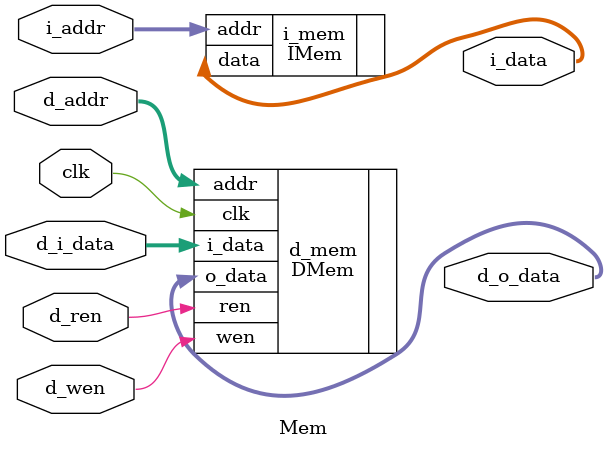
<source format=v>
`timescale 1ns / 1ps


module Mem(
//for IMem
  input [31:0]i_addr,
  output [31:0]i_data,
 //for DMem
  input clk,
  input d_wen,
  input d_ren,
  input [31:0]d_addr,
  input [31:0]d_i_data,
  output [31:0]d_o_data
    );
    IMem i_mem(
        .addr(i_addr),
        .data(i_data)
    );

    DMem d_mem(
        .clk(clk),
        .wen(d_wen),
        .ren(d_ren),
        .addr(d_addr),
        .i_data(d_i_data),
        .o_data(d_o_data)
    );
endmodule

</source>
